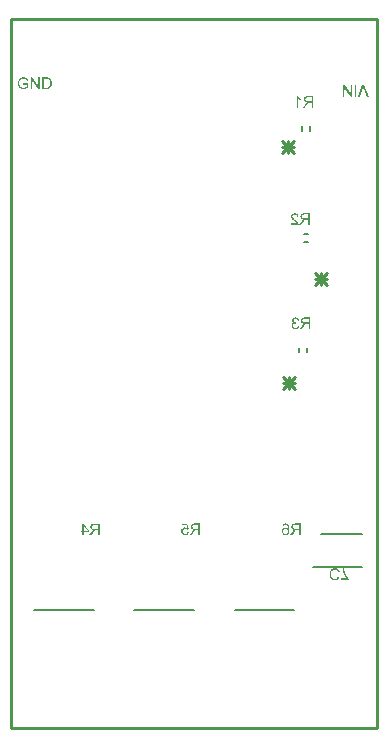
<source format=gbo>
%FSTAX23Y23*%
%MOIN*%
%SFA1B1*%

%IPPOS*%
%ADD11C,0.007870*%
%ADD13C,0.010000*%
%LNpcb1-1*%
%LPD*%
G36*
X00102Y02168D02*
X00103D01*
X00104Y02168*
X00105Y02168*
X00106Y02168*
X00108Y02168*
X00109Y02167*
X00109*
X00109Y02167*
X00109Y02167*
X00109Y02167*
X0011Y02167*
X00111Y02166*
X00112Y02166*
X00113Y02165*
X00113Y02164*
X00114Y02163*
X00114Y02163*
X00115Y02163*
X00115Y02162*
X00115Y02162*
X00116Y02161*
X00116Y0216*
X00117Y02158*
X00117Y02157*
X00113Y02156*
Y02156*
X00112Y02156*
X00112Y02156*
X00112Y02156*
X00112Y02157*
X00112Y02158*
X00112Y02158*
X00111Y02159*
X00111Y0216*
X0011Y0216*
X0011Y02161*
X0011Y02161*
X0011Y02161*
X00109Y02161*
X00109Y02162*
X00108Y02162*
X00108Y02163*
X00107Y02163*
X00107Y02163*
X00106Y02163*
X00106Y02163*
X00105Y02164*
X00104Y02164*
X00103Y02164*
X00102Y02164*
X00101Y02164*
X00101*
X00101Y02164*
X001*
X00099Y02164*
X00098Y02164*
X00097Y02164*
X00096Y02163*
X00095Y02163*
X00095Y02163*
X00095Y02163*
X00095Y02163*
X00094Y02162*
X00093Y02162*
X00093Y02161*
X00092Y02161*
X00091Y0216*
X00091Y0216*
X00091Y0216*
X00091Y0216*
X0009Y02159*
X0009Y02159*
X0009Y02158*
X00089Y02157*
X00089Y02156*
Y02156*
X00089Y02156*
X00089Y02156*
X00089Y02156*
X00089Y02156*
X00088Y02155*
X00088Y02155*
X00088Y02154*
X00088Y02153*
X00088Y02152*
X00087Y0215*
X00087Y02149*
Y02149*
Y02149*
Y02148*
X00087Y02148*
Y02147*
X00088Y02147*
X00088Y02146*
X00088Y02146*
X00088Y02144*
X00088Y02143*
X00089Y02141*
X00089Y0214*
Y0214*
X00089Y0214*
X00089Y0214*
X00089Y0214*
X0009Y02139*
X0009Y02138*
X00091Y02137*
X00092Y02136*
X00093Y02136*
X00094Y02135*
X00094*
X00094Y02135*
X00095Y02135*
X00095Y02135*
X00095Y02135*
X00096Y02134*
X00096Y02134*
X00098Y02134*
X00099Y02134*
X001Y02133*
X00101Y02133*
X00102*
X00102Y02133*
X00103*
X00104Y02133*
X00105Y02134*
X00106Y02134*
X00107Y02134*
X00108Y02135*
X00108*
X00108Y02135*
X00108Y02135*
X00108Y02135*
X00109Y02135*
X0011Y02135*
X0011Y02136*
X00111Y02136*
X00112Y02137*
X00113Y02137*
Y02144*
X00101*
Y02149*
X00118*
Y02135*
X00118Y02135*
X00118Y02135*
X00117Y02134*
X00117Y02134*
X00117Y02134*
X00116Y02134*
X00116Y02133*
X00115Y02133*
X00114Y02132*
X00113Y02132*
X00111Y02131*
X0011Y0213*
X0011*
X0011Y0213*
X0011Y0213*
X00109Y0213*
X00109Y0213*
X00108Y0213*
X00108Y0213*
X00107Y0213*
X00106Y02129*
X00105Y02129*
X00103Y02129*
X00102Y02129*
X00101*
X00101Y02129*
X001*
X001Y02129*
X00099Y02129*
X00098Y02129*
X00097Y02129*
X00095Y0213*
X00093Y0213*
X00092Y02131*
X00092Y02131*
X00091Y02131*
X00091Y02131*
X00091Y02131*
X00091Y02132*
X0009Y02132*
X0009Y02132*
X00089Y02133*
X00088Y02134*
X00087Y02135*
X00086Y02137*
X00085Y02138*
Y02138*
X00084Y02138*
X00084Y02139*
X00084Y02139*
X00084Y02139*
X00084Y0214*
X00084Y0214*
X00083Y02141*
X00083Y02142*
X00083Y02143*
X00083Y02144*
X00083Y02144*
X00082Y02146*
X00082Y02148*
Y02148*
Y02149*
Y02149*
X00082Y02149*
Y0215*
X00082Y0215*
X00082Y02151*
X00082Y02152*
X00083Y02153*
X00083Y02153*
X00083Y02155*
X00084Y02157*
X00085Y02159*
X00085Y02159*
X00085Y02159*
X00085Y02159*
X00085Y0216*
X00085Y0216*
X00085Y02161*
X00086Y02162*
X00087Y02163*
X00088Y02164*
X0009Y02165*
X0009Y02166*
X00091Y02166*
X00091Y02166*
X00091Y02166*
X00092Y02166*
X00092Y02167*
X00092Y02167*
X00093Y02167*
X00094Y02167*
X00094Y02167*
X00095Y02168*
X00096Y02168*
X00097Y02168*
X00097Y02168*
X00099Y02168*
X001Y02168*
X00102*
X00102Y02168*
G37*
G36*
X00155Y02129D02*
X0015D01*
X0013Y0216*
Y02129*
X00125*
Y02168*
X0013*
X00151Y02138*
Y02168*
X00155*
Y02129*
G37*
G36*
X0018Y02168D02*
X00181Y02168D01*
X00182Y02168*
X00183Y02167*
X00184Y02167*
X00184*
X00184Y02167*
X00184*
X00185Y02167*
X00185Y02167*
X00186Y02167*
X00187Y02166*
X00188Y02166*
X00189Y02165*
X0019Y02165*
X0019Y02164*
X0019Y02164*
X0019Y02164*
X0019Y02164*
X00191Y02164*
X00191Y02163*
X00192Y02162*
X00193Y02161*
X00194Y02159*
X00194Y02158*
Y02158*
X00194Y02158*
X00194Y02158*
X00194Y02157*
X00195Y02157*
X00195Y02156*
X00195Y02156*
X00195Y02155*
X00195Y02155*
X00195Y02154*
X00196Y02152*
X00196Y02151*
X00196Y02149*
Y02149*
Y02149*
Y02148*
Y02148*
X00196Y02148*
Y02147*
X00196Y02146*
X00195Y02145*
X00195Y02144*
X00195Y02142*
X00195Y02141*
Y02141*
X00195Y02141*
X00195Y02141*
X00195Y0214*
X00194Y0214*
X00194Y02139*
X00194Y02138*
X00193Y02137*
X00193Y02136*
X00192Y02135*
X00192Y02135*
X00192Y02135*
X00191Y02135*
X00191Y02134*
X00191Y02134*
X0019Y02133*
X00189Y02132*
X00189Y02132*
X00188Y02132*
X00188Y02132*
X00188Y02132*
X00187Y02131*
X00187Y02131*
X00186Y02131*
X00185Y0213*
X00184Y0213*
X00184*
X00184Y0213*
X00184Y0213*
X00183Y0213*
X00182Y0213*
X00181Y0213*
X0018Y0213*
X00179Y02129*
X00178Y02129*
X00164*
Y02168*
X00179*
X0018Y02168*
G37*
G36*
X01197Y02103D02*
X01192D01*
X01171Y02133*
Y02103*
X01167*
Y02141*
X01172*
X01192Y02111*
Y02141*
X01197*
Y02103*
G37*
G36*
X01252D02*
X01246D01*
X01236Y02131*
Y02131*
X01236Y02131*
X01236Y02131*
X01236Y02131*
X01236Y02132*
X01236Y02132*
X01235Y02133*
X01235Y02134*
X01235Y02135*
X01234Y02137*
Y02137*
X01234Y02137*
X01234Y02137*
X01234Y02136*
X01234Y02136*
X01233Y02135*
X01233Y02134*
X01233Y02133*
X01232Y02132*
X01232Y02131*
X01222Y02103*
X01216*
X01231Y02141*
X01237*
X01252Y02103*
G37*
G36*
X01211D02*
X01206D01*
Y02141*
X01211*
Y02103*
G37*
G36*
X00975Y00681D02*
X00976Y00681D01*
X00977Y00681*
X00978Y0068*
X00979Y0068*
X0098Y0068*
X00981Y00679*
X00981Y00679*
X00982Y00678*
X00983Y00678*
X00983Y00678*
X00983Y00677*
X00984Y00677*
X00984Y00677*
X00984Y00677*
X00984Y00677*
X00985Y00676*
X00985Y00674*
X00986Y00673*
X00986Y00672*
X00987Y00671*
X00987Y00669*
X00987Y00668*
X00988Y00667*
X00988Y00665*
X00988Y00664*
X00988Y00663*
X00988Y00662*
Y00661*
X00988Y00661*
Y00661*
Y0066*
Y0066*
Y0066*
X00988Y00659*
X00988Y00657*
X00988Y00655*
X00987Y00654*
X00987Y00653*
X00987Y00651*
X00987Y0065*
X00986Y00649*
X00986Y00649*
X00986Y00648*
X00985Y00647*
X00985Y00647*
X00985Y00646*
X00985Y00646*
X00984Y00646*
X00984Y00646*
X00984Y00645*
X00983Y00645*
X00982Y00644*
X00981Y00644*
X0098Y00643*
X0098Y00643*
X00979Y00642*
X00978Y00642*
X00977Y00642*
X00977Y00642*
X00976Y00642*
X00976Y00642*
X00975*
X00975Y00642*
X00975*
X00973Y00642*
X00972Y00642*
X00971Y00642*
X0097Y00643*
X0097Y00643*
X00969Y00643*
X00969Y00643*
X00969Y00643*
X00969Y00643*
X00969*
X00968Y00644*
X00967Y00645*
X00966Y00646*
X00965Y00646*
X00965Y00647*
X00965Y00648*
X00964Y00648*
X00964Y00648*
X00964Y00648*
Y00648*
X00964Y00649*
X00963Y0065*
X00963Y00652*
X00963Y00653*
X00963Y00654*
Y00654*
X00963Y00654*
Y00654*
Y00655*
Y00655*
Y00655*
X00963Y00656*
X00963Y00657*
X00963Y00658*
X00963Y00659*
X00963Y00659*
X00964Y0066*
X00964Y00661*
X00964Y00661*
X00965Y00662*
X00965Y00662*
X00965Y00663*
X00965Y00663*
X00966Y00663*
X00966Y00664*
X00966Y00664*
X00966Y00664*
X00967Y00664*
X00967Y00665*
X00968Y00665*
X00969Y00666*
X00969Y00666*
X0097Y00666*
X00971Y00667*
X00972Y00667*
X00972Y00667*
X00973Y00667*
X00973Y00667*
X00974Y00667*
X00974*
X00975Y00667*
X00976Y00667*
X00977Y00667*
X00978Y00667*
X00978Y00666*
X00979Y00666*
X00979Y00666*
X00979Y00666*
X00979*
X0098Y00665*
X00981Y00665*
X00982Y00664*
X00982Y00664*
X00983Y00663*
X00983Y00663*
X00983Y00662*
X00983Y00662*
Y00663*
X00983Y00664*
X00983Y00665*
X00983Y00666*
X00983Y00667*
X00983Y00667*
X00983Y00668*
X00983Y00669*
X00983Y00669*
X00982Y0067*
X00982Y0067*
X00982Y0067*
X00982Y00671*
X00982Y00671*
X00982Y00671*
Y00671*
X00982Y00672*
X00981Y00673*
X0098Y00674*
X0098Y00675*
X00979Y00675*
X00979Y00676*
X00979Y00676*
X00979Y00676*
X00978Y00676*
X00977Y00677*
X00977Y00677*
X00976Y00677*
X00975Y00677*
X00975Y00677*
X00975*
X00974Y00677*
X00973Y00677*
X00972Y00676*
X00971Y00676*
X00971Y00676*
X0097Y00675*
X0097Y00675*
X0097Y00675*
X00969Y00675*
X00969Y00674*
X00969Y00673*
X00968Y00673*
X00968Y00672*
X00968Y00671*
X00968Y00671*
X00968Y00671*
Y00671*
X00963Y00671*
X00964Y00673*
X00964Y00674*
X00965Y00676*
X00965Y00677*
X00966Y00677*
X00966Y00678*
X00966Y00678*
X00967Y00678*
X00967Y00678*
X00967Y00678*
X00967Y00678*
X00967Y00679*
X00968Y00679*
X00969Y0068*
X0097Y0068*
X00972Y00681*
X00973Y00681*
X00973Y00681*
X00973*
X00974Y00681*
X00974*
X00975Y00681*
G37*
G36*
X01025Y00642D02*
X01019D01*
Y00659*
X01013*
X01012Y00659*
X01012*
X01011Y00659*
X01011Y00659*
X01011*
X01011Y00659*
X01011*
X0101Y00659*
X0101Y00659*
X01009Y00659*
X01009Y00658*
X01009Y00658*
X01009Y00658*
X01008Y00658*
X01008Y00658*
X01008Y00657*
X01007Y00657*
X01006Y00656*
X01006Y00656*
X01006Y00656*
X01006Y00656*
X01005Y00655*
X01005Y00654*
X01004Y00653*
X01003Y00652*
X01003Y00652*
X01003Y00651*
X01002Y00651*
X01002Y00651*
X01002Y0065*
Y0065*
X00997Y00642*
X00991*
X00997Y00653*
X00998Y00654*
X00999Y00655*
X01Y00656*
X01Y00657*
X01001Y00657*
X01001Y00658*
X01002Y00658*
X01002Y00658*
X01002Y00658*
X01003Y00659*
X01004Y00659*
X01004Y00659*
X01004Y0066*
X01005Y0066*
X01005Y0066*
X01004Y0066*
X01003Y0066*
X01002Y0066*
X01001Y00661*
X01Y00661*
X01Y00661*
X00999Y00662*
X00999Y00662*
X00998Y00662*
X00998Y00662*
X00997Y00663*
X00997Y00663*
X00997Y00663*
X00997Y00663*
X00997Y00663*
X00997Y00663*
X00996Y00664*
X00996Y00664*
X00995Y00666*
X00995Y00667*
X00994Y00668*
X00994Y00669*
X00994Y00669*
Y0067*
X00994Y0067*
Y0067*
Y0067*
Y0067*
X00994Y00671*
X00994Y00673*
X00994Y00674*
X00995Y00674*
X00995Y00675*
X00995Y00676*
X00995Y00676*
X00996Y00676*
Y00676*
X00996Y00677*
X00997Y00678*
X00998Y00678*
X00998Y00679*
X00999Y00679*
X00999Y0068*
X01Y0068*
X01Y0068*
X01*
X01Y0068*
X01001Y0068*
X01002Y0068*
X01003Y0068*
X01005Y00681*
X01006Y00681*
X01006*
X01007Y00681*
X01025*
Y00642*
G37*
G36*
X00652Y00661D02*
X00648Y0066D01*
X00647Y00661*
X00647Y00661*
X00646Y00662*
X00646Y00662*
X00645Y00662*
X00645Y00662*
X00645Y00663*
X00645Y00663*
X00644Y00663*
X00643Y00663*
X00643Y00663*
X00642Y00664*
X00641Y00664*
X00641Y00664*
X0064*
X00639Y00664*
X00638Y00663*
X00637Y00663*
X00636Y00663*
X00636Y00662*
X00635Y00662*
X00635Y00661*
X00635Y00661*
Y00661*
X00634Y0066*
X00633Y00659*
X00633Y00658*
X00633Y00657*
X00632Y00656*
X00632Y00656*
Y00656*
X00632Y00655*
Y00655*
Y00655*
Y00655*
Y00654*
X00632Y00653*
X00633Y00652*
X00633Y00651*
X00634Y0065*
X00634Y00649*
X00634Y00649*
X00635Y00648*
X00635Y00648*
X00635Y00648*
X00635Y00648*
X00635Y00648*
X00636Y00647*
X00637Y00647*
X00638Y00646*
X00639Y00646*
X00639Y00646*
X0064Y00646*
X0064Y00646*
X00641*
X00642Y00646*
X00643Y00646*
X00643Y00646*
X00644Y00646*
X00645Y00647*
X00645Y00647*
X00645Y00647*
X00645Y00647*
X00646Y00648*
X00647Y00649*
X00647Y0065*
X00647Y00651*
X00648Y00652*
X00648Y00652*
X00648Y00652*
X00648Y00653*
Y00653*
Y00653*
X00653Y00652*
X00653Y00652*
X00653Y00651*
X00652Y00649*
X00651Y00648*
X00651Y00647*
X00651Y00647*
X00651Y00646*
X0065Y00646*
X0065Y00645*
X0065Y00645*
X00649Y00645*
X00649Y00645*
X00649Y00645*
X00649Y00645*
X00648Y00644*
X00648Y00644*
X00647Y00643*
X00646Y00643*
X00645Y00642*
X00644Y00642*
X00643Y00642*
X00642Y00642*
X00642Y00642*
X00641Y00642*
X00641Y00642*
X00641*
X00639Y00642*
X00638Y00642*
X00637Y00642*
X00636Y00642*
X00635Y00643*
X00635Y00643*
X00634Y00644*
X00633Y00644*
X00632Y00644*
X00632Y00645*
X00631Y00645*
X00631Y00646*
X00631Y00646*
X00631Y00646*
X0063Y00646*
X0063Y00646*
X0063Y00647*
X00629Y00648*
X00629Y00649*
X00629Y00649*
X00628Y00651*
X00628Y00652*
X00628Y00653*
X00628Y00654*
X00627Y00654*
X00627Y00654*
X00627Y00655*
Y00655*
Y00655*
Y00655*
X00627Y00656*
X00628Y00657*
X00628Y00658*
X00628Y00659*
X00628Y0066*
X00628Y00661*
X00629Y00661*
X00629Y00662*
X00629Y00662*
X0063Y00663*
X0063Y00663*
X0063Y00664*
X00631Y00664*
X00631Y00664*
X00631Y00664*
X00631Y00664*
X00632Y00665*
X00632Y00666*
X00633Y00666*
X00634Y00666*
X00634Y00667*
X00635Y00667*
X00636Y00667*
X00637Y00668*
X00638Y00668*
X00638Y00668*
X00639Y00668*
X00639Y00668*
X0064*
X00641Y00668*
X00642Y00667*
X00643Y00667*
X00644Y00667*
X00645Y00666*
X00646Y00666*
X00646Y00666*
X00646Y00666*
X00646Y00666*
X00647Y00665*
X00647Y00665*
X00645Y00676*
X00629*
Y0068*
X00648*
X00652Y00661*
G37*
G36*
X0069Y00642D02*
X00684D01*
Y00659*
X00678*
X00677Y00659*
X00677*
X00676Y00659*
X00676Y00659*
X00676*
X00676Y00659*
X00676*
X00675Y00659*
X00675Y00659*
X00674Y00659*
X00674Y00658*
X00674Y00658*
X00674Y00658*
X00673Y00658*
X00673Y00658*
X00673Y00657*
X00672Y00657*
X00671Y00656*
X00671Y00656*
X00671Y00656*
X00671Y00656*
X0067Y00655*
X0067Y00654*
X00669Y00653*
X00668Y00652*
X00668Y00652*
X00668Y00651*
X00667Y00651*
X00667Y00651*
X00667Y0065*
Y0065*
X00662Y00642*
X00656*
X00662Y00653*
X00663Y00654*
X00664Y00655*
X00665Y00656*
X00665Y00657*
X00666Y00657*
X00666Y00658*
X00667Y00658*
X00667Y00658*
X00667Y00658*
X00668Y00659*
X00669Y00659*
X00669Y00659*
X00669Y0066*
X0067Y0066*
X0067Y0066*
X00669Y0066*
X00668Y0066*
X00667Y0066*
X00666Y00661*
X00665Y00661*
X00665Y00661*
X00664Y00662*
X00664Y00662*
X00663Y00662*
X00663Y00662*
X00662Y00663*
X00662Y00663*
X00662Y00663*
X00662Y00663*
X00662Y00663*
X00662Y00663*
X00661Y00664*
X00661Y00664*
X0066Y00666*
X0066Y00667*
X00659Y00668*
X00659Y00669*
X00659Y00669*
Y0067*
X00659Y0067*
Y0067*
Y0067*
Y0067*
X00659Y00671*
X00659Y00673*
X00659Y00674*
X0066Y00674*
X0066Y00675*
X0066Y00676*
X0066Y00676*
X00661Y00676*
Y00676*
X00661Y00677*
X00662Y00678*
X00663Y00678*
X00663Y00679*
X00664Y00679*
X00664Y0068*
X00665Y0068*
X00665Y0068*
X00665*
X00665Y0068*
X00666Y0068*
X00667Y0068*
X00668Y0068*
X0067Y00681*
X00671Y00681*
X00671*
X00672Y00681*
X0069*
Y00642*
G37*
G36*
X00355Y00641D02*
X00349D01*
Y00658*
X00343*
X00342Y00658*
X00342*
X00341Y00658*
X00341Y00658*
X00341*
X00341Y00658*
X00341*
X0034Y00658*
X0034Y00658*
X00339Y00658*
X00339Y00657*
X00339Y00657*
X00339Y00657*
X00338Y00657*
X00338Y00657*
X00338Y00656*
X00337Y00656*
X00336Y00655*
X00336Y00655*
X00336Y00655*
X00336Y00655*
X00335Y00654*
X00335Y00653*
X00334Y00652*
X00333Y00651*
X00333Y00651*
X00333Y0065*
X00332Y0065*
X00332Y0065*
X00332Y00649*
Y00649*
X00327Y00641*
X00321*
X00327Y00652*
X00328Y00653*
X00329Y00654*
X0033Y00655*
X0033Y00656*
X00331Y00656*
X00331Y00657*
X00332Y00657*
X00332Y00657*
X00332Y00657*
X00333Y00658*
X00334Y00658*
X00334Y00658*
X00334Y00659*
X00335Y00659*
X00335Y00659*
X00334Y00659*
X00333Y00659*
X00332Y00659*
X00331Y0066*
X0033Y0066*
X0033Y0066*
X00329Y00661*
X00329Y00661*
X00328Y00661*
X00328Y00661*
X00327Y00662*
X00327Y00662*
X00327Y00662*
X00327Y00662*
X00327Y00662*
X00327Y00662*
X00326Y00663*
X00326Y00663*
X00325Y00665*
X00325Y00666*
X00324Y00667*
X00324Y00668*
X00324Y00668*
Y00669*
X00324Y00669*
Y00669*
Y00669*
Y00669*
X00324Y0067*
X00324Y00672*
X00324Y00673*
X00325Y00673*
X00325Y00674*
X00325Y00675*
X00325Y00675*
X00326Y00675*
Y00675*
X00326Y00676*
X00327Y00677*
X00328Y00677*
X00328Y00678*
X00329Y00678*
X00329Y00679*
X0033Y00679*
X0033Y00679*
X0033*
X0033Y00679*
X00331Y00679*
X00332Y00679*
X00333Y0068*
X00335Y0068*
X00336Y0068*
X00336*
X00337Y0068*
X00355*
Y00641*
G37*
G36*
X00319Y00655D02*
Y00651D01*
X00303*
Y00641*
X00298*
Y00651*
X00293*
Y00655*
X00298*
Y0068*
X00302*
X00319Y00655*
G37*
G36*
X0101Y01368D02*
X01011Y01367D01*
X01012Y01367*
X01013Y01367*
X01014Y01366*
X01014Y01366*
X01015Y01366*
X01015Y01366*
X01015Y01365*
X01015Y01365*
X01016Y01365*
X01016Y01365*
X01017Y01364*
X01017Y01363*
X01018Y01362*
X01019Y01361*
X01019Y01359*
X01019Y01359*
X01019Y01359*
X01019Y01358*
X01019Y01358*
X01019Y01358*
Y01358*
X01015Y01357*
X01015Y01358*
X01014Y01359*
X01014Y0136*
X01013Y01361*
X01013Y01361*
X01013Y01362*
X01012Y01362*
X01012Y01362*
X01012Y01363*
X01011Y01363*
X0101Y01363*
X01009Y01364*
X01009Y01364*
X01008Y01364*
X01008*
X01007Y01364*
X01006Y01364*
X01005Y01363*
X01005Y01363*
X01004Y01363*
X01004Y01362*
X01003Y01362*
X01003Y01362*
X01003Y01362*
X01002Y01361*
X01002Y0136*
X01002Y01359*
X01002Y01359*
X01002Y01358*
Y01358*
Y01358*
Y01358*
Y01357*
X01002Y01357*
X01002Y01356*
X01002Y01355*
X01003Y01354*
X01003Y01354*
X01004Y01353*
X01004Y01353*
X01004Y01353*
X01004*
X01005Y01353*
X01006Y01352*
X01007Y01352*
X01008Y01352*
X01008Y01352*
X01009Y01352*
X0101*
X0101Y01352*
X0101*
X01011Y01347*
X0101Y01348*
X01009Y01348*
X01009Y01348*
X01008Y01348*
X01008Y01348*
X01007*
X01006Y01348*
X01005Y01348*
X01004Y01347*
X01003Y01347*
X01003Y01346*
X01002Y01346*
X01002Y01346*
X01002Y01346*
X01001Y01345*
X01001Y01344*
X01Y01343*
X01Y01342*
X01Y01342*
X01Y01341*
X01Y01341*
Y01341*
Y0134*
Y0134*
X01Y01339*
X01Y01338*
X01001Y01337*
X01001Y01336*
X01001Y01336*
X01002Y01335*
X01002Y01335*
X01002Y01335*
X01003Y01334*
X01004Y01333*
X01005Y01333*
X01006Y01333*
X01007Y01333*
X01007Y01332*
X01007Y01332*
X01008*
X01009Y01332*
X0101Y01333*
X01011Y01333*
X01011Y01333*
X01012Y01334*
X01012Y01334*
X01012Y01334*
X01013Y01334*
X01013Y01335*
X01014Y01336*
X01014Y01337*
X01015Y01338*
X01015Y01339*
X01015Y01339*
X01015Y01339*
X01015Y0134*
X01015Y0134*
X01015Y0134*
Y0134*
X0102Y01339*
X0102Y01338*
X0102Y01338*
X01019Y01336*
X01019Y01335*
X01018Y01334*
X01018Y01334*
X01018Y01333*
X01017Y01333*
X01017Y01332*
X01017Y01332*
X01017Y01332*
X01016Y01332*
X01016Y01332*
X01016Y01332*
X01016Y01331*
X01015Y01331*
X01014Y0133*
X01013Y0133*
X01012Y01329*
X01011Y01329*
X0101Y01329*
X0101Y01329*
X01009Y01329*
X01009Y01329*
X01008Y01329*
X01008*
X01007Y01329*
X01006Y01329*
X01005Y01329*
X01004Y01329*
X01003Y01329*
X01002Y0133*
X01002Y0133*
X01001Y0133*
X01Y01331*
X01Y01331*
X01Y01331*
X00999Y01331*
X00999Y01332*
X00999Y01332*
X00999Y01332*
X00999Y01332*
X00998Y01333*
X00997Y01333*
X00997Y01334*
X00996Y01335*
X00996Y01336*
X00996Y01336*
X00995Y01338*
X00995Y01338*
X00995Y01339*
X00995Y01339*
X00995Y0134*
X00995Y0134*
Y0134*
Y0134*
Y01341*
X00995Y01342*
X00995Y01343*
X00995Y01344*
X00996Y01345*
X00996Y01346*
X00996Y01346*
X00997Y01347*
X00997Y01347*
X00997Y01348*
X00998Y01348*
X00999Y01349*
X01Y01349*
X01001Y0135*
X01001Y0135*
X01002Y0135*
X01002Y0135*
X01002Y0135*
X01002*
X01001Y01351*
X01Y01351*
X01Y01352*
X00999Y01352*
X00999Y01353*
X00998Y01353*
X00998Y01353*
X00998Y01353*
X00998Y01354*
X00997Y01355*
X00997Y01356*
X00997Y01356*
X00997Y01357*
X00997Y01357*
Y01358*
Y01358*
X00997Y01359*
X00997Y0136*
X00997Y01361*
X00997Y01361*
X00998Y01362*
X00998Y01362*
X00998Y01363*
X00998Y01363*
X00999Y01364*
X00999Y01364*
X01Y01365*
X01001Y01365*
X01001Y01366*
X01002Y01366*
X01002Y01366*
X01002Y01366*
X01002*
X01003Y01367*
X01004Y01367*
X01005Y01367*
X01006Y01368*
X01007Y01368*
X01007Y01368*
X01009*
X0101Y01368*
G37*
G36*
X01057Y01329D02*
X01052D01*
Y01346*
X01045*
X01044Y01346*
X01044*
X01044Y01346*
X01043Y01346*
X01043*
X01043Y01346*
X01043*
X01042Y01346*
X01042Y01346*
X01041Y01345*
X01041Y01345*
X01041Y01345*
X01041Y01345*
X01041Y01345*
X0104Y01345*
X0104Y01344*
X01039Y01343*
X01039Y01343*
X01038Y01343*
X01038Y01343*
X01038Y01342*
X01037Y01342*
X01037Y01341*
X01036Y0134*
X01036Y01339*
X01035Y01338*
X01035Y01338*
X01035Y01338*
X01034Y01337*
X01034Y01337*
Y01337*
X01029Y01329*
X01023*
X0103Y0134*
X0103Y01341*
X01031Y01342*
X01032Y01343*
X01032Y01343*
X01033Y01344*
X01033Y01344*
X01034Y01345*
X01034Y01345*
X01034Y01345*
X01035Y01345*
X01036Y01346*
X01036Y01346*
X01037Y01347*
X01037Y01347*
X01037Y01347*
X01036Y01347*
X01035Y01347*
X01034Y01347*
X01033Y01348*
X01033Y01348*
X01032Y01348*
X01031Y01348*
X01031Y01349*
X0103Y01349*
X0103Y01349*
X01029Y0135*
X01029Y0135*
X01029Y0135*
X01029Y0135*
X01029Y0135*
X01029Y0135*
X01028Y01351*
X01028Y01351*
X01027Y01352*
X01027Y01354*
X01026Y01355*
X01026Y01356*
X01026Y01356*
Y01356*
X01026Y01357*
Y01357*
Y01357*
Y01357*
X01026Y01358*
X01026Y01359*
X01027Y0136*
X01027Y01361*
X01027Y01362*
X01027Y01362*
X01028Y01363*
X01028Y01363*
Y01363*
X01028Y01364*
X01029Y01365*
X0103Y01365*
X0103Y01366*
X01031Y01366*
X01031Y01366*
X01032Y01367*
X01032Y01367*
X01032*
X01032Y01367*
X01033Y01367*
X01034Y01367*
X01036Y01367*
X01037Y01368*
X01038Y01368*
X01038*
X01039Y01368*
X01057*
Y01329*
G37*
G36*
X01006Y01715D02*
X01007Y01715D01*
X01008Y01715*
X01009Y01715*
X0101Y01715*
X01011Y01714*
X01011Y01714*
X01012Y01714*
X01012Y01714*
X01013Y01713*
X01013Y01713*
X01014Y01713*
X01014Y01713*
X01014Y01712*
X01014Y01712*
X01014Y01712*
X01015Y01712*
X01015Y01711*
X01016Y01711*
X01016Y0171*
X01017Y01709*
X01017Y01707*
X01017Y01707*
X01018Y01706*
X01018Y01705*
X01018Y01705*
X01018Y01705*
Y01704*
X01018Y01704*
Y01704*
X01013Y01704*
X01013Y01705*
X01013Y01706*
X01012Y01707*
X01012Y01708*
X01012Y01708*
X01011Y01709*
X01011Y01709*
X01011Y01709*
X0101Y0171*
X01009Y0171*
X01008Y01711*
X01008Y01711*
X01007Y01711*
X01006Y01711*
X01006Y01711*
X01006*
X01004Y01711*
X01003Y01711*
X01002Y01711*
X01002Y0171*
X01001Y0171*
X01001Y0171*
X01Y0171*
X01Y01709*
X01Y01709*
X00999Y01708*
X00999Y01707*
X00999Y01706*
X00998Y01706*
X00998Y01705*
X00998Y01705*
Y01705*
Y01705*
X00998Y01704*
X00999Y01703*
X00999Y01702*
X00999Y01701*
X01Y017*
X01Y01699*
X01Y01699*
X01Y01699*
X01001Y01699*
Y01699*
X01001Y01698*
X01002Y01698*
X01002Y01697*
X01003Y01696*
X01004Y01695*
X01006Y01694*
X01006Y01693*
X01007Y01693*
X01008Y01692*
X01008Y01692*
X01008Y01691*
X01009Y01691*
X01009Y01691*
X01009Y01691*
X0101Y0169*
X01012Y01689*
X01013Y01688*
X01014Y01687*
X01014Y01686*
X01015Y01686*
X01015Y01685*
X01015Y01685*
Y01685*
X01016Y01684*
X01017Y01683*
X01017Y01682*
X01018Y01682*
X01018Y01681*
X01018Y0168*
X01018Y0168*
X01018Y0168*
Y0168*
X01018Y01679*
X01019Y01679*
X01019Y01678*
X01019Y01678*
X01019Y01677*
Y01677*
Y01677*
Y01677*
X00993*
Y01681*
X01012*
X01012Y01682*
X01011Y01683*
X01011Y01683*
X01011Y01683*
X0101Y01684*
X0101Y01684*
X0101Y01684*
X0101Y01684*
X0101Y01684*
X01009Y01685*
X01008Y01686*
X01007Y01687*
X01006Y01687*
X01006Y01688*
X01005Y01688*
X01005Y01688*
X01005Y01688*
X01005Y01689*
X01005Y01689*
X01004Y01689*
X01003Y0169*
X01002Y01691*
X01002Y01691*
X01001Y01692*
X01Y01693*
X01Y01693*
X00999Y01694*
X00999Y01694*
X00999Y01694*
X00998Y01695*
X00998Y01695*
X00998Y01695*
X00998Y01695*
X00997Y01696*
X00996Y01697*
X00996Y01698*
X00995Y01699*
X00995Y01699*
X00995Y017*
X00994Y017*
X00994Y017*
X00994Y01701*
X00994Y01702*
X00994Y01702*
X00994Y01703*
X00993Y01704*
X00993Y01704*
Y01704*
Y01705*
X00993Y01705*
X00994Y01706*
X00994Y01707*
X00994Y01708*
X00994Y01709*
X00995Y0171*
X00995Y01711*
X00996Y01711*
X00996Y01711*
X00996Y01712*
X00996Y01712*
X00997Y01712*
X00997Y01712*
X00997Y01712*
X00997Y01713*
X00998Y01713*
X00999Y01714*
X00999Y01714*
X01001Y01714*
X01002Y01715*
X01003Y01715*
X01004Y01715*
X01004Y01715*
X01005Y01715*
X01005Y01715*
X01005*
X01006Y01715*
G37*
G36*
X01055Y01677D02*
X0105D01*
Y01694*
X01043*
X01043Y01694*
X01042*
X01042Y01694*
X01042Y01694*
X01041*
X01041Y01694*
X01041*
X0104Y01693*
X0104Y01693*
X0104Y01693*
X01039Y01693*
X01039Y01693*
X01039Y01693*
X01039Y01693*
X01038Y01692*
X01038Y01692*
X01037Y01691*
X01037Y01691*
X01036Y0169*
X01036Y0169*
X01036Y0169*
X01036Y01689*
X01035Y01688*
X01034Y01687*
X01034Y01687*
X01033Y01686*
X01033Y01685*
X01033Y01685*
X01033Y01685*
X01033Y01685*
Y01685*
X01027Y01677*
X01021*
X01028Y01687*
X01029Y01688*
X01029Y01689*
X0103Y0169*
X01031Y01691*
X01031Y01691*
X01032Y01692*
X01032Y01692*
X01032Y01692*
X01032Y01693*
X01033Y01693*
X01034Y01694*
X01034Y01694*
X01035Y01694*
X01035Y01694*
X01035Y01694*
X01034Y01694*
X01033Y01695*
X01032Y01695*
X01031Y01695*
X01031Y01695*
X0103Y01696*
X01029Y01696*
X01029Y01696*
X01028Y01697*
X01028Y01697*
X01028Y01697*
X01027Y01697*
X01027Y01697*
X01027Y01698*
X01027Y01698*
X01027Y01698*
X01026Y01698*
X01026Y01699*
X01025Y017*
X01025Y01701*
X01025Y01702*
X01024Y01703*
X01024Y01704*
Y01704*
X01024Y01704*
Y01704*
Y01705*
Y01705*
X01024Y01706*
X01024Y01707*
X01025Y01708*
X01025Y01709*
X01025Y01709*
X01026Y0171*
X01026Y0171*
X01026Y0171*
Y0171*
X01026Y01711*
X01027Y01712*
X01028Y01713*
X01029Y01713*
X01029Y01714*
X0103Y01714*
X0103Y01714*
X0103Y01714*
X0103*
X01031Y01714*
X01031Y01714*
X01032Y01715*
X01034Y01715*
X01035Y01715*
X01036Y01715*
X01037*
X01037Y01715*
X01055*
Y01677*
G37*
G36*
X01016Y02104D02*
X01016Y02104D01*
X01017Y02103*
X01018Y02102*
X01019Y02101*
X01019Y02101*
X01019Y02101*
X01019Y021*
X01019Y021*
X0102Y021*
X01021Y02099*
X01022Y02098*
X01023Y02098*
X01024Y02097*
X01025Y02096*
X01025Y02096*
X01026Y02096*
X01026Y02096*
X01026Y02096*
X01026Y02096*
X01026*
Y02091*
X01026Y02092*
X01025Y02092*
X01024Y02092*
X01023Y02093*
X01022Y02093*
X01022Y02093*
X01022Y02094*
X01022Y02094*
X01021*
X0102Y02094*
X0102Y02095*
X01019Y02095*
X01018Y02096*
X01018Y02096*
X01017Y02097*
X01017Y02097*
X01017Y02097*
Y02067*
X01012*
Y02105*
X01015*
X01016Y02104*
G37*
G36*
X01067Y02067D02*
X01062D01*
Y02084*
X01055*
X01054Y02084*
X01054*
X01054Y02084*
X01053Y02084*
X01053*
X01053Y02084*
X01053*
X01052Y02083*
X01052Y02083*
X01051Y02083*
X01051Y02083*
X01051Y02083*
X01051Y02083*
X01051Y02083*
X0105Y02082*
X0105Y02082*
X01049Y02081*
X01049Y02081*
X01048Y0208*
X01048Y0208*
X01048Y0208*
X01047Y02079*
X01047Y02078*
X01046Y02078*
X01046Y02077*
X01045Y02076*
X01045Y02075*
X01045Y02075*
X01044Y02075*
X01044Y02075*
Y02075*
X01039Y02067*
X01033*
X0104Y02077*
X0104Y02078*
X01041Y02079*
X01042Y0208*
X01042Y02081*
X01043Y02082*
X01043Y02082*
X01044Y02082*
X01044Y02082*
X01044Y02083*
X01045Y02083*
X01046Y02084*
X01046Y02084*
X01047Y02084*
X01047Y02084*
X01047Y02084*
X01046Y02084*
X01045Y02085*
X01044Y02085*
X01043Y02085*
X01043Y02085*
X01042Y02086*
X01041Y02086*
X01041Y02086*
X0104Y02087*
X0104Y02087*
X01039Y02087*
X01039Y02087*
X01039Y02088*
X01039Y02088*
X01039Y02088*
X01039Y02088*
X01038Y02088*
X01038Y02089*
X01037Y0209*
X01037Y02091*
X01036Y02092*
X01036Y02093*
X01036Y02094*
Y02094*
X01036Y02094*
Y02095*
Y02095*
Y02095*
X01036Y02096*
X01036Y02097*
X01037Y02098*
X01037Y02099*
X01037Y021*
X01037Y021*
X01038Y021*
X01038Y021*
Y02101*
X01038Y02101*
X01039Y02102*
X0104Y02103*
X0104Y02103*
X01041Y02104*
X01041Y02104*
X01042Y02104*
X01042Y02104*
X01042*
X01042Y02104*
X01043Y02105*
X01044Y02105*
X01046Y02105*
X01047Y02105*
X01048Y02105*
X01048*
X01049Y02105*
X01067*
Y02067*
G37*
G36*
X01141Y00532D02*
X01142Y00531D01*
X01143Y00531*
X01144Y00531*
X01145Y00531*
X01145Y00531*
X01146Y0053*
X01147Y0053*
X01148Y0053*
X01148Y00529*
X01149Y00529*
X01149Y00529*
X01149Y00529*
X0115Y00529*
X0115Y00528*
X0115Y00528*
X01151Y00528*
X01151Y00527*
X01152Y00526*
X01152Y00526*
X01153Y00524*
X01154Y00522*
X01155Y00522*
X01155Y00521*
X01155Y0052*
X01155Y0052*
X01155Y00519*
X01155Y00519*
X01156Y00519*
Y00519*
X0115Y00518*
X0115Y00518*
X0115Y00519*
X0115Y0052*
X01149Y00521*
X01149Y00521*
X01149Y00522*
X01148Y00523*
X01148Y00523*
X01148Y00524*
X01147Y00524*
X01147Y00524*
X01147Y00524*
X01147Y00525*
X01146Y00525*
X01146Y00525*
X01146Y00525*
X01146Y00525*
X01145Y00526*
X01144Y00526*
X01143Y00527*
X01142Y00527*
X01141Y00527*
X0114Y00527*
X0114*
X0114Y00527*
X01139*
X01138Y00527*
X01137Y00527*
X01136Y00527*
X01135Y00526*
X01134Y00526*
X01133Y00526*
X01133Y00526*
X01133Y00526*
X01133Y00526*
X01133Y00526*
X01133*
X01132Y00525*
X01131Y00524*
X0113Y00523*
X01129Y00522*
X01129Y00521*
X01128Y00521*
X01128Y0052*
X01128Y0052*
X01128Y0052*
Y0052*
X01128Y00519*
X01127Y00517*
X01127Y00516*
X01127Y00514*
X01127Y00514*
X01127Y00513*
Y00513*
X01127Y00512*
Y00512*
Y00512*
Y00512*
Y00512*
X01127Y0051*
X01127Y00509*
X01127Y00508*
X01127Y00506*
X01128Y00505*
X01128Y00505*
X01128Y00505*
X01128Y00504*
X01128Y00504*
X01128Y00504*
Y00504*
X01128Y00503*
X01129Y00502*
X0113Y00501*
X0113Y005*
X01131Y00499*
X01132Y00499*
X01132Y00499*
X01132Y00498*
X01132*
X01133Y00498*
X01135Y00497*
X01136Y00497*
X01137Y00497*
X01138Y00496*
X01138Y00496*
X01139*
X01139Y00496*
X0114*
X01141Y00496*
X01142Y00497*
X01143Y00497*
X01144Y00497*
X01145Y00498*
X01145Y00498*
X01146Y00498*
X01146Y00498*
X01147Y00499*
X01148Y005*
X01148Y00501*
X01149Y00502*
X01149Y00503*
X01149Y00503*
X0115Y00504*
X0115Y00504*
X0115Y00504*
X0115Y00504*
Y00504*
X01155Y00503*
X01155Y00502*
X01154Y00501*
X01154Y005*
X01153Y005*
X01153Y00499*
X01152Y00498*
X01152Y00498*
X01152Y00497*
X01151Y00497*
X01151Y00496*
X0115Y00496*
X0115Y00495*
X0115Y00495*
X0115Y00495*
X01149Y00495*
X01149Y00495*
X01149Y00494*
X01148Y00494*
X01147Y00493*
X01146Y00493*
X01145Y00493*
X01143Y00492*
X01142Y00492*
X01142Y00492*
X01141Y00492*
X01141Y00492*
X0114Y00492*
X0114*
X01138Y00492*
X01136Y00492*
X01134Y00493*
X01134Y00493*
X01133Y00493*
X01132Y00493*
X01132Y00494*
X01131Y00494*
X01131Y00494*
X01131Y00494*
X01131Y00494*
X0113Y00494*
X0113Y00494*
X01129Y00495*
X01128Y00496*
X01126Y00497*
X01125Y00499*
X01125Y005*
X01124Y005*
X01124Y005*
X01124Y00501*
X01124Y00501*
X01124Y00501*
X01124Y00501*
X01123Y00503*
X01122Y00505*
X01122Y00506*
X01122Y00508*
X01122Y00509*
X01122Y00509*
X01122Y0051*
Y00511*
X01122Y00511*
Y00511*
Y00511*
Y00512*
X01122Y00514*
X01122Y00515*
X01122Y00517*
X01122Y00518*
X01123Y00519*
X01123Y00519*
X01123Y0052*
X01123Y00521*
X01123Y00521*
X01123Y00521*
X01123Y00522*
X01124Y00522*
Y00522*
X01124Y00524*
X01125Y00525*
X01126Y00526*
X01127Y00527*
X01127Y00527*
X01128Y00528*
X01128Y00528*
X01129Y00528*
X01129Y00529*
X01129Y00529*
X01129Y00529*
X01129Y00529*
X01129Y00529*
X0113Y0053*
X01131Y0053*
X01133Y00531*
X01134Y00531*
X01136Y00531*
X01137Y00531*
X01137Y00532*
X01138Y00532*
X01139*
X01139Y00532*
X0114*
X01141Y00532*
G37*
G36*
X01171Y00529D02*
X01171Y00527D01*
X01171Y00525*
X01171Y00524*
X01171Y00524*
X01172Y00523*
X01172Y00522*
X01172Y00522*
X01172Y00521*
X01172Y00521*
X01172Y00521*
X01172Y00521*
Y0052*
X01173Y00518*
X01174Y00516*
X01174Y00514*
X01175Y00513*
X01175Y00512*
X01176Y00511*
X01176Y0051*
X01176Y0051*
X01177Y00509*
X01177Y00508*
X01177Y00508*
X01178Y00507*
X01178Y00507*
X01178Y00507*
X01178Y00506*
X01179Y00505*
X0118Y00504*
X0118Y00503*
X01181Y00502*
X01182Y00501*
X01182Y005*
X01183Y005*
X01183Y00499*
X01184Y00498*
X01184Y00498*
X01184Y00498*
X01185Y00497*
X01185Y00497*
X01185Y00497*
X01185Y00497*
Y00493*
X0116*
Y00498*
X01179*
X01178Y00499*
X01176Y00501*
X01175Y00503*
X01174Y00504*
X01174Y00505*
X01173Y00506*
X01173Y00506*
X01173Y00507*
X01173Y00507*
X01172Y00507*
X01172Y00508*
X01172Y00508*
X01171Y0051*
X0117Y00512*
X01169Y00514*
X01169Y00515*
X01169Y00516*
X01168Y00517*
X01168Y00518*
X01168Y00518*
X01168Y00519*
X01167Y0052*
X01167Y0052*
X01167Y0052*
Y0052*
X01167Y00522*
X01167Y00524*
X01166Y00525*
X01166Y00525*
X01166Y00526*
X01166Y00527*
X01166Y00528*
X01166Y00529*
X01166Y00529*
X01166Y0053*
Y0053*
X01166Y00531*
Y00531*
Y00531*
Y00531*
X0117*
X01171Y00529*
G37*
%LNpcb1-2*%
%LPC*%
G36*
X00178Y02163D02*
X00169D01*
Y02134*
X00178*
X00179Y02134*
X00179Y02134*
X0018Y02134*
X00181Y02134*
X00182Y02134*
X00183Y02135*
X00183Y02135*
X00184Y02135*
X00184Y02135*
X00184Y02135*
X00185Y02135*
X00186Y02136*
X00186Y02136*
X00187Y02137*
X00187Y02137*
X00187Y02137*
X00187Y02137*
X00188Y02138*
X00188Y02139*
X00189Y02139*
X00189Y0214*
X00189Y02141*
Y02142*
X0019Y02142*
X0019Y02142*
X0019Y02142*
X0019Y02142*
X0019Y02143*
X0019Y02143*
X0019Y02144*
X0019Y02145*
X0019Y02146*
X0019Y02147*
X00191Y02149*
Y02149*
Y02149*
Y02149*
X0019Y0215*
Y0215*
X0019Y02151*
X0019Y02152*
X0019Y02152*
X0019Y02154*
X0019Y02155*
X00189Y02157*
X00189Y02158*
X00189Y02158*
Y02158*
X00188Y02158*
X00188Y02158*
X00188Y02159*
X00188Y02159*
X00187Y0216*
X00186Y02161*
X00186Y02161*
X00185Y02162*
X00184Y02162*
X00184Y02163*
X00183Y02163*
X00183Y02163*
X00182Y02163*
X00181Y02163*
X0018Y02163*
X00179Y02163*
X00179*
X00178Y02163*
G37*
G36*
X00975Y00663D02*
X00975D01*
X00974Y00663*
X00973Y00663*
X00972Y00662*
X00971Y00662*
X0097Y00662*
X0097Y00661*
X0097Y00661*
X0097Y00661*
X00969Y0066*
X00968Y00659*
X00968Y00658*
X00968Y00657*
X00968Y00656*
X00968Y00656*
Y00655*
X00967Y00655*
Y00655*
Y00655*
Y00655*
X00968Y00653*
X00968Y00652*
X00968Y00651*
X00969Y0065*
X00969Y00649*
X00969Y00648*
X0097Y00648*
X0097Y00648*
Y00648*
X0097Y00648*
X0097Y00647*
X00971Y00647*
X00972Y00646*
X00973Y00646*
X00974Y00646*
X00974Y00646*
X00975Y00646*
X00975*
X00976Y00646*
X00976Y00646*
X00977Y00646*
X00978Y00646*
X00978Y00646*
X00978Y00647*
X00979Y00647*
X00979Y00647*
X00979Y00647*
X0098Y00648*
X0098Y00648*
X00981Y00649*
X00981Y00649*
X00981Y0065*
X00982Y0065*
X00982Y0065*
X00982Y00651*
X00982Y00652*
X00982Y00653*
X00983Y00653*
X00983Y00654*
X00983Y00654*
Y00655*
Y00655*
X00983Y00656*
X00982Y00657*
X00982Y00658*
X00982Y00659*
X00981Y0066*
X00981Y0066*
X00981Y00661*
X0098Y00661*
X0098Y00662*
X00979Y00662*
X00978Y00663*
X00977Y00663*
X00976Y00663*
X00976Y00663*
X00975Y00663*
G37*
G36*
X01019Y00677D02*
X01007D01*
X01006Y00676*
X01005Y00676*
X01003Y00676*
X01003Y00676*
X01002Y00675*
X01001Y00675*
X01001Y00675*
X01001Y00675*
X01Y00674*
X01Y00673*
X01Y00673*
X00999Y00672*
X00999Y00671*
X00999Y00671*
X00999Y0067*
Y0067*
Y0067*
X00999Y0067*
X00999Y00669*
X00999Y00668*
X01Y00668*
X01Y00667*
X01Y00667*
X01Y00667*
X01Y00667*
X01001Y00666*
X01001Y00666*
X01002Y00665*
X01002Y00665*
X01002Y00665*
X01003Y00665*
X01003Y00665*
X01003Y00664*
X01004Y00664*
X01005Y00664*
X01006Y00664*
X01007Y00664*
X01007Y00664*
X01008Y00664*
X01019*
Y00677*
G37*
G36*
X00684D02*
X00672D01*
X00671Y00676*
X0067Y00676*
X00668Y00676*
X00668Y00676*
X00667Y00675*
X00666Y00675*
X00666Y00675*
X00666Y00675*
X00665Y00674*
X00665Y00673*
X00665Y00673*
X00664Y00672*
X00664Y00671*
X00664Y00671*
X00664Y0067*
Y0067*
Y0067*
X00664Y0067*
X00664Y00669*
X00664Y00668*
X00665Y00668*
X00665Y00667*
X00665Y00667*
X00665Y00667*
X00665Y00667*
X00666Y00666*
X00666Y00666*
X00667Y00665*
X00667Y00665*
X00667Y00665*
X00668Y00665*
X00668Y00665*
X00668Y00664*
X00669Y00664*
X0067Y00664*
X00671Y00664*
X00672Y00664*
X00672Y00664*
X00673Y00664*
X00684*
Y00677*
G37*
G36*
X00349Y00676D02*
X00337D01*
X00336Y00675*
X00335Y00675*
X00333Y00675*
X00333Y00675*
X00332Y00674*
X00331Y00674*
X00331Y00674*
X00331Y00674*
X0033Y00673*
X0033Y00672*
X0033Y00672*
X00329Y00671*
X00329Y0067*
X00329Y0067*
X00329Y00669*
Y00669*
Y00669*
X00329Y00669*
X00329Y00668*
X00329Y00667*
X0033Y00667*
X0033Y00666*
X0033Y00666*
X0033Y00666*
X0033Y00666*
X00331Y00665*
X00331Y00665*
X00332Y00664*
X00332Y00664*
X00332Y00664*
X00333Y00664*
X00333Y00664*
X00333Y00663*
X00334Y00663*
X00335Y00663*
X00336Y00663*
X00337Y00663*
X00337Y00663*
X00338Y00663*
X00349*
Y00676*
G37*
G36*
X00303Y00672D02*
Y00655D01*
X00315*
X00303Y00672*
G37*
G36*
X01052Y01363D02*
X0104D01*
X01038Y01363*
X01037Y01363*
X01036Y01363*
X01035Y01362*
X01034Y01362*
X01034Y01362*
X01033Y01362*
X01033Y01362*
X01033Y01361*
X01032Y0136*
X01032Y01359*
X01031Y01359*
X01031Y01358*
X01031Y01358*
X01031Y01357*
Y01357*
Y01357*
X01031Y01356*
X01031Y01356*
X01032Y01355*
X01032Y01355*
X01032Y01354*
X01032Y01354*
X01032Y01354*
X01032Y01354*
X01033Y01353*
X01033Y01353*
X01034Y01352*
X01034Y01352*
X01035Y01352*
X01035Y01351*
X01035Y01351*
X01035Y01351*
X01036Y01351*
X01037Y01351*
X01038Y01351*
X01039Y01351*
X0104Y01351*
X0104Y01351*
X01052*
Y01363*
G37*
G36*
X0105Y01711D02*
X01038D01*
X01036Y01711*
X01035Y01711*
X01034Y0171*
X01033Y0171*
X01032Y0171*
X01032Y01709*
X01032Y01709*
X01031Y01709*
X01031Y01708*
X0103Y01708*
X0103Y01707*
X0103Y01706*
X0103Y01705*
X01029Y01705*
X01029Y01705*
Y01705*
Y01705*
X01029Y01704*
X0103Y01703*
X0103Y01703*
X0103Y01702*
X0103Y01702*
X0103Y01701*
X0103Y01701*
X0103Y01701*
X01031Y01701*
X01031Y017*
X01032Y017*
X01032Y01699*
X01033Y01699*
X01033Y01699*
X01033Y01699*
X01033Y01699*
X01034Y01699*
X01035Y01698*
X01036Y01698*
X01037Y01698*
X01038Y01698*
X01038Y01698*
X0105*
Y01711*
G37*
G36*
X01062Y02101D02*
X0105D01*
X01048Y02101*
X01047Y02101*
X01046Y021*
X01045Y021*
X01044Y021*
X01044Y02099*
X01043Y02099*
X01043Y02099*
X01043Y02098*
X01042Y02098*
X01042Y02097*
X01041Y02096*
X01041Y02096*
X01041Y02095*
X01041Y02095*
Y02095*
Y02095*
X01041Y02094*
X01041Y02093*
X01042Y02093*
X01042Y02092*
X01042Y02092*
X01042Y02092*
X01042Y02091*
X01042Y02091*
X01043Y02091*
X01043Y0209*
X01044Y0209*
X01044Y02089*
X01045Y02089*
X01045Y02089*
X01045Y02089*
X01045Y02089*
X01046Y02089*
X01047Y02089*
X01048Y02088*
X01049Y02088*
X0105Y02088*
X0105Y02088*
X01062*
Y02101*
G37*
%LNpcb1-3*%
%LPD*%
G54D11*
X00136Y00393D02*
X00335D01*
X00471D02*
X0067D01*
X00806D02*
X01004D01*
X01092Y00645D02*
X0123D01*
X01068Y00535D02*
X0123D01*
X01047Y01251D02*
Y01267D01*
X01019Y01251D02*
Y01267D01*
X01035Y0162D02*
X01051D01*
X01035Y01647D02*
X01051D01*
X01029Y0199D02*
Y02005D01*
X01057Y0199D02*
Y02005D01*
G54D13*
X01112Y01516D02*
X01072Y01476D01*
X01112D02*
X01072Y01516D01*
X01112Y01496D02*
X01072D01*
X01092Y01476D02*
Y01516D01*
X01006Y01168D02*
X00966Y01128D01*
X01006D02*
X00966Y01168D01*
X01006Y01148D02*
X00966D01*
X00986Y01128D02*
Y01168D01*
X01004Y01955D02*
X00964Y01915D01*
X01004D02*
X00964Y01955D01*
X01004Y01935D02*
X00964D01*
X00984Y01915D02*
Y01955D01*
X01279Y0D02*
Y02362D01*
X00059Y0D02*
X01279D01*
X00059D02*
Y02362D01*
X01279*
M02*
</source>
